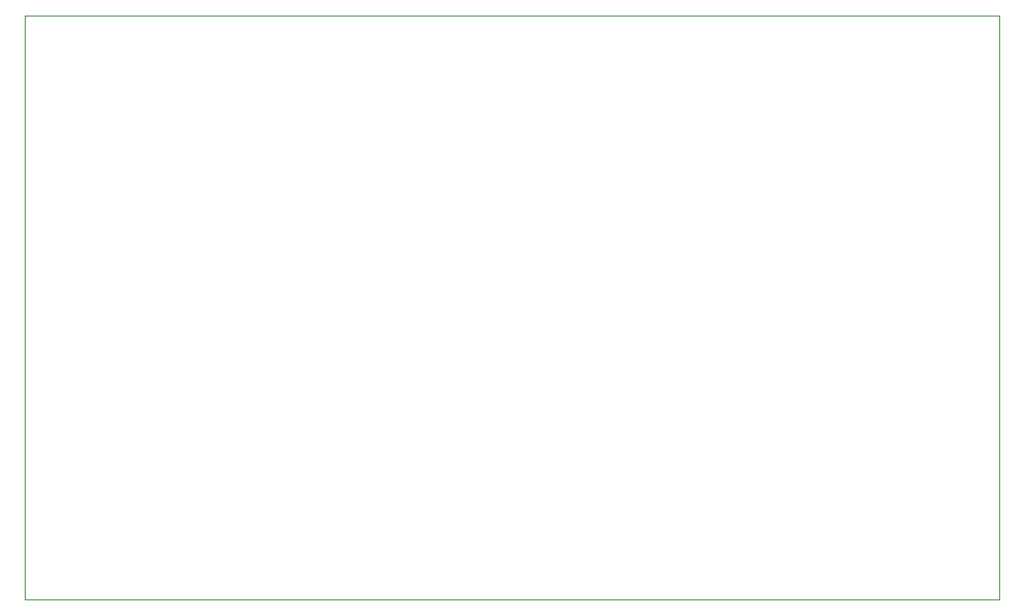
<source format=gbr>
%TF.GenerationSoftware,KiCad,Pcbnew,7.0.10*%
%TF.CreationDate,2024-02-28T21:34:32+00:00*%
%TF.ProjectId,RF_Race_Car,52465f52-6163-4655-9f43-61722e6b6963,rev?*%
%TF.SameCoordinates,Original*%
%TF.FileFunction,Profile,NP*%
%FSLAX46Y46*%
G04 Gerber Fmt 4.6, Leading zero omitted, Abs format (unit mm)*
G04 Created by KiCad (PCBNEW 7.0.10) date 2024-02-28 21:34:32*
%MOMM*%
%LPD*%
G01*
G04 APERTURE LIST*
%TA.AperFunction,Profile*%
%ADD10C,0.100000*%
%TD*%
G04 APERTURE END LIST*
D10*
X99759999Y-61670103D02*
X189729999Y-61670103D01*
X189729999Y-115680103D01*
X99759999Y-115680103D01*
X99759999Y-61670103D01*
M02*

</source>
